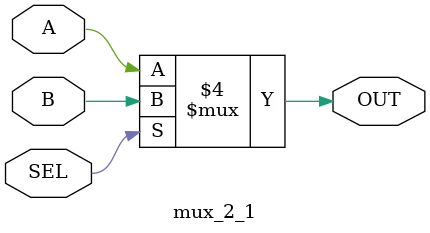
<source format=v>

module mux_2_1 (
    input A,
    input B,
    input SEL,
    output reg OUT
);

always @(*) begin
    if (SEL == 1'b0)
        OUT = A;
    else
        OUT = B;
end

endmodule
</source>
